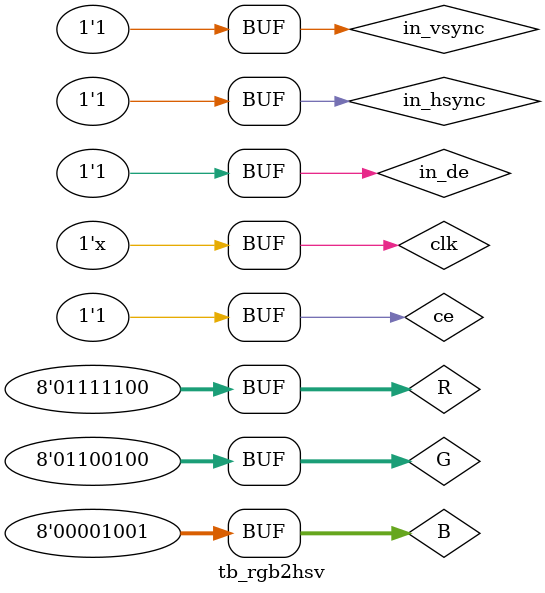
<source format=v>
`timescale 1ns / 1ps


module tb_rgb2hsv;

	// Inputs
	reg clk;
	reg ce;
	reg [7:0] R;
	reg [7:0] G;
	reg [7:0] B;
	reg in_hsync;
	reg in_vsync;
	reg in_de;

	// Outputs
	wire [7:0] H;
	wire [7:0] S;
	wire [7:0] V;
	wire out_hsync;
	wire out_vsync;
	wire out_de;

	// Instantiate the Unit Under Test (UUT)
	rgb2hsv uut (
		.clk(clk), 
		.ce(ce), 
		.R(R), 
		.G(G), 
		.B(B), 
		.in_hsync(in_hsync), 
		.in_vsync(in_vsync), 
		.in_de(in_de), 
		.H(H), 
		.S(S), 
		.V(V), 
		.out_hsync(out_hsync), 
		.out_vsync(out_vsync), 
		.out_de(out_de)
	);

	initial begin
		// Initialize Inputs
		clk = 0;
		ce = 1;
		R = 8'h7C;
		G = 8'h64;
		B = 8'h09;
		in_hsync = 1;
		in_vsync = 1;
		in_de = 1;

		// Wait 100 ns for global reset to finish
		#100;
        
		// Add stimulus here
		
	end

always
	#10 clk = ~clk;
endmodule


</source>
